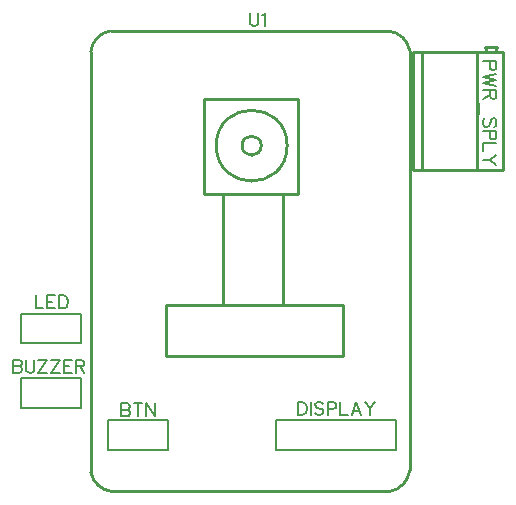
<source format=gto>
G04 Layer: TopSilkscreenLayer*
G04 EasyEDA v6.5.22, 2023-03-11 10:03:51*
G04 8c804c29d0f949b487868860c40900b7,2edda57568cb4d92a7641b919e05c1e7,10*
G04 Gerber Generator version 0.2*
G04 Scale: 100 percent, Rotated: No, Reflected: No *
G04 Dimensions in inches *
G04 leading zeros omitted , absolute positions ,3 integer and 6 decimal *
%FSLAX36Y36*%
%MOIN*%

%ADD10C,0.0060*%
%ADD11C,0.0080*%
%ADD12C,0.0080*%
%ADD13C,0.0100*%

%LPD*%
D10*
X-435000Y-649600D02*
G01*
X-435000Y-692500D01*
X-435000Y-649600D02*
G01*
X-416599Y-649600D01*
X-410500Y-651599D01*
X-408400Y-653699D01*
X-406399Y-657800D01*
X-406399Y-661900D01*
X-408400Y-665999D01*
X-410500Y-668000D01*
X-416599Y-670000D01*
X-435000Y-670000D02*
G01*
X-416599Y-670000D01*
X-410500Y-672100D01*
X-408400Y-674099D01*
X-406399Y-678200D01*
X-406399Y-684400D01*
X-408400Y-688499D01*
X-410500Y-690500D01*
X-416599Y-692500D01*
X-435000Y-692500D01*
X-378499Y-649600D02*
G01*
X-378499Y-692500D01*
X-392899Y-649600D02*
G01*
X-364200Y-649600D01*
X-350700Y-649600D02*
G01*
X-350700Y-692500D01*
X-350700Y-649600D02*
G01*
X-322100Y-692500D01*
X-322100Y-649600D02*
G01*
X-322100Y-692500D01*
X-795000Y-504600D02*
G01*
X-795000Y-547500D01*
X-795000Y-504600D02*
G01*
X-776599Y-504600D01*
X-770500Y-506599D01*
X-768400Y-508699D01*
X-766399Y-512800D01*
X-766399Y-516900D01*
X-768400Y-520999D01*
X-770500Y-523000D01*
X-776599Y-525000D01*
X-795000Y-525000D02*
G01*
X-776599Y-525000D01*
X-770500Y-527100D01*
X-768400Y-529099D01*
X-766399Y-533200D01*
X-766399Y-539400D01*
X-768400Y-543499D01*
X-770500Y-545500D01*
X-776599Y-547500D01*
X-795000Y-547500D01*
X-752899Y-504600D02*
G01*
X-752899Y-535300D01*
X-750799Y-541399D01*
X-746700Y-545500D01*
X-740599Y-547500D01*
X-736500Y-547500D01*
X-730399Y-545500D01*
X-726300Y-541399D01*
X-724200Y-535300D01*
X-724200Y-504600D01*
X-682100Y-504600D02*
G01*
X-710700Y-547500D01*
X-710700Y-504600D02*
G01*
X-682100Y-504600D01*
X-710700Y-547500D02*
G01*
X-682100Y-547500D01*
X-640000Y-504600D02*
G01*
X-668600Y-547500D01*
X-668600Y-504600D02*
G01*
X-640000Y-504600D01*
X-668600Y-547500D02*
G01*
X-640000Y-547500D01*
X-626500Y-504600D02*
G01*
X-626500Y-547500D01*
X-626500Y-504600D02*
G01*
X-599899Y-504600D01*
X-626500Y-525000D02*
G01*
X-610100Y-525000D01*
X-626500Y-547500D02*
G01*
X-599899Y-547500D01*
X-586399Y-504600D02*
G01*
X-586399Y-547500D01*
X-586399Y-504600D02*
G01*
X-568000Y-504600D01*
X-561799Y-506599D01*
X-559800Y-508699D01*
X-557699Y-512800D01*
X-557699Y-516900D01*
X-559800Y-520999D01*
X-561799Y-523000D01*
X-568000Y-525000D01*
X-586399Y-525000D01*
X-571999Y-525000D02*
G01*
X-557699Y-547500D01*
X-720000Y-289600D02*
G01*
X-720000Y-332500D01*
X-720000Y-332500D02*
G01*
X-695500Y-332500D01*
X-681999Y-289600D02*
G01*
X-681999Y-332500D01*
X-681999Y-289600D02*
G01*
X-655399Y-289600D01*
X-681999Y-310000D02*
G01*
X-665599Y-310000D01*
X-681999Y-332500D02*
G01*
X-655399Y-332500D01*
X-641900Y-289600D02*
G01*
X-641900Y-332500D01*
X-641900Y-289600D02*
G01*
X-627500Y-289600D01*
X-621399Y-291599D01*
X-617300Y-295700D01*
X-615300Y-299800D01*
X-613200Y-305999D01*
X-613200Y-316199D01*
X-615300Y-322300D01*
X-617300Y-326399D01*
X-621399Y-330500D01*
X-627500Y-332500D01*
X-641900Y-332500D01*
X155000Y-644600D02*
G01*
X155000Y-687500D01*
X155000Y-644600D02*
G01*
X169299Y-644600D01*
X175500Y-646599D01*
X179499Y-650700D01*
X181599Y-654800D01*
X183600Y-660999D01*
X183600Y-671199D01*
X181599Y-677300D01*
X179499Y-681399D01*
X175500Y-685500D01*
X169299Y-687500D01*
X155000Y-687500D01*
X197100Y-644600D02*
G01*
X197100Y-687500D01*
X239299Y-650700D02*
G01*
X235199Y-646599D01*
X229000Y-644600D01*
X220900Y-644600D01*
X214699Y-646599D01*
X210599Y-650700D01*
X210599Y-654800D01*
X212699Y-658899D01*
X214699Y-660999D01*
X218800Y-663000D01*
X231100Y-667100D01*
X235199Y-669099D01*
X237199Y-671199D01*
X239299Y-675300D01*
X239299Y-681399D01*
X235199Y-685500D01*
X229000Y-687500D01*
X220900Y-687500D01*
X214699Y-685500D01*
X210599Y-681399D01*
X252800Y-644600D02*
G01*
X252800Y-687500D01*
X252800Y-644600D02*
G01*
X271199Y-644600D01*
X277300Y-646599D01*
X279400Y-648699D01*
X281399Y-652800D01*
X281399Y-658899D01*
X279400Y-663000D01*
X277300Y-665000D01*
X271199Y-667100D01*
X252800Y-667100D01*
X294899Y-644600D02*
G01*
X294899Y-687500D01*
X294899Y-687500D02*
G01*
X319499Y-687500D01*
X349299Y-644600D02*
G01*
X333000Y-687500D01*
X349299Y-644600D02*
G01*
X365700Y-687500D01*
X339099Y-673200D02*
G01*
X359499Y-673200D01*
X379200Y-644600D02*
G01*
X395500Y-665000D01*
X395500Y-687500D01*
X411900Y-644600D02*
G01*
X395500Y-665000D01*
X815399Y490399D02*
G01*
X772500Y490399D01*
X815399Y490399D02*
G01*
X815399Y471999D01*
X813400Y465900D01*
X811300Y463800D01*
X807200Y461799D01*
X801099Y461799D01*
X796999Y463800D01*
X795000Y465900D01*
X792899Y471999D01*
X792899Y490399D01*
X815399Y448299D02*
G01*
X772500Y438000D01*
X815399Y427800D02*
G01*
X772500Y438000D01*
X815399Y427800D02*
G01*
X772500Y417600D01*
X815399Y407399D02*
G01*
X772500Y417600D01*
X815399Y393899D02*
G01*
X772500Y393899D01*
X815399Y393899D02*
G01*
X815399Y375399D01*
X813400Y369299D01*
X811300Y367300D01*
X807200Y365199D01*
X803100Y365199D01*
X798999Y367300D01*
X796999Y369299D01*
X795000Y375399D01*
X795000Y393899D01*
X795000Y379499D02*
G01*
X772500Y365199D01*
X758099Y351700D02*
G01*
X758099Y314899D01*
X809300Y272800D02*
G01*
X813400Y276900D01*
X815399Y283000D01*
X815399Y291199D01*
X813400Y297300D01*
X809300Y301399D01*
X805200Y301399D01*
X801099Y299400D01*
X798999Y297300D01*
X796999Y293200D01*
X792899Y280900D01*
X790900Y276900D01*
X788800Y274800D01*
X784700Y272800D01*
X778599Y272800D01*
X774499Y276900D01*
X772500Y283000D01*
X772500Y291199D01*
X774499Y297300D01*
X778599Y301399D01*
X815399Y259299D02*
G01*
X772500Y259299D01*
X815399Y259299D02*
G01*
X815399Y240900D01*
X813400Y234699D01*
X811300Y232699D01*
X807200Y230599D01*
X801099Y230599D01*
X796999Y232699D01*
X795000Y234699D01*
X792899Y240900D01*
X792899Y259299D01*
X815399Y217100D02*
G01*
X772500Y217100D01*
X772500Y217100D02*
G01*
X772500Y192600D01*
X815399Y179099D02*
G01*
X795000Y162699D01*
X772500Y162699D01*
X815399Y146399D02*
G01*
X795000Y162699D01*
X-6496Y652880D02*
G01*
X-6496Y622179D01*
X-4495Y616080D01*
X-396Y611979D01*
X5803Y609980D01*
X9904Y609980D01*
X16003Y611979D01*
X20104Y616080D01*
X22103Y622179D01*
X22103Y652880D01*
X35603Y644679D02*
G01*
X39704Y646779D01*
X45904Y652880D01*
X45904Y609980D01*
D11*
X-280000Y-705000D02*
G01*
X-280000Y-804000D01*
X-480000Y-804000D01*
X-480000Y-705000D01*
X-280000Y-705000D01*
X-570000Y-565000D02*
G01*
X-570000Y-664000D01*
X-770000Y-664000D01*
X-770000Y-565000D01*
X-570000Y-565000D01*
X-570000Y-350000D02*
G01*
X-570000Y-449000D01*
X-770000Y-449000D01*
X-770000Y-350000D01*
X-570000Y-350000D01*
X480000Y-705000D02*
G01*
X480000Y-805000D01*
X80000Y-805000D01*
X80000Y-705000D01*
X155000Y-705000D01*
D12*
X480000Y-705000D02*
G01*
X155000Y-705000D01*
D13*
X567680Y521849D02*
G01*
X567680Y128150D01*
X809579Y522060D02*
G01*
X816417Y537600D01*
X777047Y537600D01*
X784799Y522060D01*
X836102Y521849D02*
G01*
X836102Y128150D01*
X836102Y521849D02*
G01*
X536889Y521849D01*
X836102Y128150D02*
G01*
X536889Y128150D01*
X536889Y521849D02*
G01*
X536889Y128150D01*
X749520Y521849D02*
G01*
X749520Y128150D01*
X-470000Y592800D02*
G01*
X455000Y592800D01*
X-536363Y-877820D02*
G01*
X-536363Y522498D01*
X461448Y-942510D02*
G01*
X-466363Y-942510D01*
X526747Y526909D02*
G01*
X526747Y-872510D01*
X-159996Y365000D02*
G01*
X154963Y365000D01*
X154963Y50039D01*
X-159996Y50039D01*
X-159996Y365000D01*
X-284996Y-320000D02*
G01*
X305003Y-320000D01*
X305003Y-492500D01*
X-284996Y-492500D01*
X-284996Y-320000D01*
X-94996Y50000D02*
G01*
X105003Y50000D01*
X105003Y-320000D01*
X-94996Y-320000D01*
X-94996Y50000D01*
G75*
G01*
X-471599Y592499D02*
G03*
X-536599Y522499I14098J-78269D01*
G75*
G01*
X526748Y526909D02*
G03*
X456748Y591909I-78269J-14098D01*
G75*
G01*
X461449Y-942511D02*
G03*
X526449Y-872511I-14098J78269D01*
G75*
G01*
X-536364Y-877821D02*
G03*
X-466364Y-942821I78269J14098D01*
G75*
G01
X118110Y210000D02*
G03X118110Y210000I-118110J0D01*
G75*
G01
X32020Y210000D02*
G03X32020Y210000I-32020J0D01*
M02*

</source>
